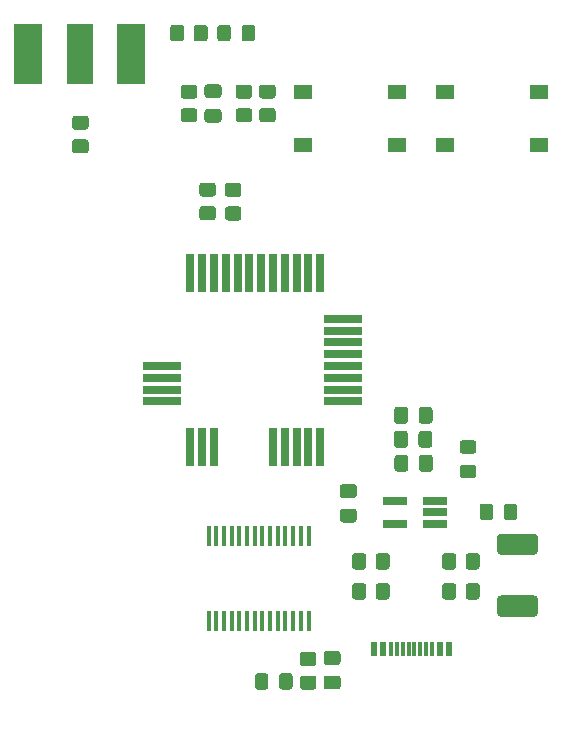
<source format=gtp>
G04 #@! TF.GenerationSoftware,KiCad,Pcbnew,(5.1.10)-1*
G04 #@! TF.CreationDate,2021-10-24T18:30:48+02:00*
G04 #@! TF.ProjectId,rak3172_easeboard,72616b33-3137-4325-9f65-617365626f61,rev?*
G04 #@! TF.SameCoordinates,Original*
G04 #@! TF.FileFunction,Paste,Top*
G04 #@! TF.FilePolarity,Positive*
%FSLAX46Y46*%
G04 Gerber Fmt 4.6, Leading zero omitted, Abs format (unit mm)*
G04 Created by KiCad (PCBNEW (5.1.10)-1) date 2021-10-24 18:30:48*
%MOMM*%
%LPD*%
G01*
G04 APERTURE LIST*
%ADD10R,0.300000X1.150000*%
%ADD11R,0.600000X1.150000*%
%ADD12R,0.700000X3.200000*%
%ADD13R,3.200000X0.700000*%
%ADD14R,2.000000X0.650000*%
%ADD15R,0.450000X1.750000*%
%ADD16R,1.550000X1.300000*%
%ADD17R,2.290000X5.080000*%
%ADD18R,2.420000X5.080000*%
G04 APERTURE END LIST*
D10*
X152800000Y-126670000D03*
X153300000Y-126670000D03*
X153800000Y-126670000D03*
X156300000Y-126670000D03*
X155800000Y-126670000D03*
X155300000Y-126670000D03*
X154300000Y-126670000D03*
X154800000Y-126670000D03*
D11*
X156950000Y-126670000D03*
X152150000Y-126670000D03*
X157750000Y-126670000D03*
X151350000Y-126670000D03*
G36*
G01*
X149674600Y-113862300D02*
X148724600Y-113862300D01*
G75*
G02*
X148474600Y-113612300I0J250000D01*
G01*
X148474600Y-112937300D01*
G75*
G02*
X148724600Y-112687300I250000J0D01*
G01*
X149674600Y-112687300D01*
G75*
G02*
X149924600Y-112937300I0J-250000D01*
G01*
X149924600Y-113612300D01*
G75*
G02*
X149674600Y-113862300I-250000J0D01*
G01*
G37*
G36*
G01*
X149674600Y-115937300D02*
X148724600Y-115937300D01*
G75*
G02*
X148474600Y-115687300I0J250000D01*
G01*
X148474600Y-115012300D01*
G75*
G02*
X148724600Y-114762300I250000J0D01*
G01*
X149674600Y-114762300D01*
G75*
G02*
X149924600Y-115012300I0J-250000D01*
G01*
X149924600Y-115687300D01*
G75*
G02*
X149674600Y-115937300I-250000J0D01*
G01*
G37*
D12*
X135821600Y-94784200D03*
X136821600Y-94784200D03*
X137821600Y-94784200D03*
X138821600Y-94784200D03*
X139821600Y-94784200D03*
X140821600Y-94784200D03*
X141821600Y-94784200D03*
X142821600Y-94784200D03*
X143821600Y-94784200D03*
X144821600Y-94784200D03*
X145821600Y-94784200D03*
X146821600Y-94784200D03*
D13*
X148721600Y-98684200D03*
X148721600Y-99684200D03*
X148721600Y-100684200D03*
X148721600Y-101684200D03*
X148721600Y-102684200D03*
X148721600Y-103684200D03*
X148721600Y-104684200D03*
X148721600Y-105684200D03*
D12*
X146821600Y-109584200D03*
X145821600Y-109584200D03*
X144821600Y-109584200D03*
X143821600Y-109584200D03*
X142821600Y-109584200D03*
X137821600Y-109584200D03*
X136821600Y-109584200D03*
X135821600Y-109584200D03*
D13*
X133421600Y-105684200D03*
X133421600Y-104684200D03*
X133421600Y-103684200D03*
X133421600Y-102684200D03*
D14*
X156540200Y-116022200D03*
X156540200Y-115072200D03*
X156540200Y-114122200D03*
X153120200Y-114122200D03*
X153120200Y-116022200D03*
D15*
X137380000Y-124300800D03*
X138030000Y-124300800D03*
X138680000Y-124300800D03*
X139330000Y-124300800D03*
X139980000Y-124300800D03*
X140630000Y-124300800D03*
X141280000Y-124300800D03*
X141930000Y-124300800D03*
X142580000Y-124300800D03*
X143230000Y-124300800D03*
X143880000Y-124300800D03*
X144530000Y-124300800D03*
X145180000Y-124300800D03*
X145830000Y-124300800D03*
X145830000Y-117100800D03*
X145180000Y-117100800D03*
X144530000Y-117100800D03*
X143880000Y-117100800D03*
X143230000Y-117100800D03*
X142580000Y-117100800D03*
X141930000Y-117100800D03*
X141280000Y-117100800D03*
X140630000Y-117100800D03*
X139980000Y-117100800D03*
X139330000Y-117100800D03*
X138680000Y-117100800D03*
X138030000Y-117100800D03*
X137380000Y-117100800D03*
D16*
X165366600Y-79487200D03*
X165366600Y-83987200D03*
X157416600Y-83987200D03*
X157416600Y-79487200D03*
X145351600Y-83987200D03*
X145351600Y-79487200D03*
X153301600Y-79487200D03*
X153301600Y-83987200D03*
G36*
G01*
X157134000Y-122217601D02*
X157134000Y-121317599D01*
G75*
G02*
X157383999Y-121067600I249999J0D01*
G01*
X158084001Y-121067600D01*
G75*
G02*
X158334000Y-121317599I0J-249999D01*
G01*
X158334000Y-122217601D01*
G75*
G02*
X158084001Y-122467600I-249999J0D01*
G01*
X157383999Y-122467600D01*
G75*
G02*
X157134000Y-122217601I0J249999D01*
G01*
G37*
G36*
G01*
X159134000Y-122217601D02*
X159134000Y-121317599D01*
G75*
G02*
X159383999Y-121067600I249999J0D01*
G01*
X160084001Y-121067600D01*
G75*
G02*
X160334000Y-121317599I0J-249999D01*
G01*
X160334000Y-122217601D01*
G75*
G02*
X160084001Y-122467600I-249999J0D01*
G01*
X159383999Y-122467600D01*
G75*
G02*
X159134000Y-122217601I0J249999D01*
G01*
G37*
G36*
G01*
X157134000Y-119677601D02*
X157134000Y-118777599D01*
G75*
G02*
X157383999Y-118527600I249999J0D01*
G01*
X158084001Y-118527600D01*
G75*
G02*
X158334000Y-118777599I0J-249999D01*
G01*
X158334000Y-119677601D01*
G75*
G02*
X158084001Y-119927600I-249999J0D01*
G01*
X157383999Y-119927600D01*
G75*
G02*
X157134000Y-119677601I0J249999D01*
G01*
G37*
G36*
G01*
X159134000Y-119677601D02*
X159134000Y-118777599D01*
G75*
G02*
X159383999Y-118527600I249999J0D01*
G01*
X160084001Y-118527600D01*
G75*
G02*
X160334000Y-118777599I0J-249999D01*
G01*
X160334000Y-119677601D01*
G75*
G02*
X160084001Y-119927600I-249999J0D01*
G01*
X159383999Y-119927600D01*
G75*
G02*
X159134000Y-119677601I0J249999D01*
G01*
G37*
G36*
G01*
X152714000Y-118777599D02*
X152714000Y-119677601D01*
G75*
G02*
X152464001Y-119927600I-249999J0D01*
G01*
X151763999Y-119927600D01*
G75*
G02*
X151514000Y-119677601I0J249999D01*
G01*
X151514000Y-118777599D01*
G75*
G02*
X151763999Y-118527600I249999J0D01*
G01*
X152464001Y-118527600D01*
G75*
G02*
X152714000Y-118777599I0J-249999D01*
G01*
G37*
G36*
G01*
X150714000Y-118777599D02*
X150714000Y-119677601D01*
G75*
G02*
X150464001Y-119927600I-249999J0D01*
G01*
X149763999Y-119927600D01*
G75*
G02*
X149514000Y-119677601I0J249999D01*
G01*
X149514000Y-118777599D01*
G75*
G02*
X149763999Y-118527600I249999J0D01*
G01*
X150464001Y-118527600D01*
G75*
G02*
X150714000Y-118777599I0J-249999D01*
G01*
G37*
G36*
G01*
X152714000Y-121317599D02*
X152714000Y-122217601D01*
G75*
G02*
X152464001Y-122467600I-249999J0D01*
G01*
X151763999Y-122467600D01*
G75*
G02*
X151514000Y-122217601I0J249999D01*
G01*
X151514000Y-121317599D01*
G75*
G02*
X151763999Y-121067600I249999J0D01*
G01*
X152464001Y-121067600D01*
G75*
G02*
X152714000Y-121317599I0J-249999D01*
G01*
G37*
G36*
G01*
X150714000Y-121317599D02*
X150714000Y-122217601D01*
G75*
G02*
X150464001Y-122467600I-249999J0D01*
G01*
X149763999Y-122467600D01*
G75*
G02*
X149514000Y-122217601I0J249999D01*
G01*
X149514000Y-121317599D01*
G75*
G02*
X149763999Y-121067600I249999J0D01*
G01*
X150464001Y-121067600D01*
G75*
G02*
X150714000Y-121317599I0J-249999D01*
G01*
G37*
G36*
G01*
X126059999Y-81490000D02*
X126960001Y-81490000D01*
G75*
G02*
X127210000Y-81739999I0J-249999D01*
G01*
X127210000Y-82440001D01*
G75*
G02*
X126960001Y-82690000I-249999J0D01*
G01*
X126059999Y-82690000D01*
G75*
G02*
X125810000Y-82440001I0J249999D01*
G01*
X125810000Y-81739999D01*
G75*
G02*
X126059999Y-81490000I249999J0D01*
G01*
G37*
G36*
G01*
X126059999Y-83490000D02*
X126960001Y-83490000D01*
G75*
G02*
X127210000Y-83739999I0J-249999D01*
G01*
X127210000Y-84440001D01*
G75*
G02*
X126960001Y-84690000I-249999J0D01*
G01*
X126059999Y-84690000D01*
G75*
G02*
X125810000Y-84440001I0J249999D01*
G01*
X125810000Y-83739999D01*
G75*
G02*
X126059999Y-83490000I249999J0D01*
G01*
G37*
G36*
G01*
X134102800Y-74948201D02*
X134102800Y-74048199D01*
G75*
G02*
X134352799Y-73798200I249999J0D01*
G01*
X135052801Y-73798200D01*
G75*
G02*
X135302800Y-74048199I0J-249999D01*
G01*
X135302800Y-74948201D01*
G75*
G02*
X135052801Y-75198200I-249999J0D01*
G01*
X134352799Y-75198200D01*
G75*
G02*
X134102800Y-74948201I0J249999D01*
G01*
G37*
G36*
G01*
X136102800Y-74948201D02*
X136102800Y-74048199D01*
G75*
G02*
X136352799Y-73798200I249999J0D01*
G01*
X137052801Y-73798200D01*
G75*
G02*
X137302800Y-74048199I0J-249999D01*
G01*
X137302800Y-74948201D01*
G75*
G02*
X137052801Y-75198200I-249999J0D01*
G01*
X136352799Y-75198200D01*
G75*
G02*
X136102800Y-74948201I0J249999D01*
G01*
G37*
G36*
G01*
X136836999Y-87149000D02*
X137737001Y-87149000D01*
G75*
G02*
X137987000Y-87398999I0J-249999D01*
G01*
X137987000Y-88099001D01*
G75*
G02*
X137737001Y-88349000I-249999J0D01*
G01*
X136836999Y-88349000D01*
G75*
G02*
X136587000Y-88099001I0J249999D01*
G01*
X136587000Y-87398999D01*
G75*
G02*
X136836999Y-87149000I249999J0D01*
G01*
G37*
G36*
G01*
X136836999Y-89149000D02*
X137737001Y-89149000D01*
G75*
G02*
X137987000Y-89398999I0J-249999D01*
G01*
X137987000Y-90099001D01*
G75*
G02*
X137737001Y-90349000I-249999J0D01*
G01*
X136836999Y-90349000D01*
G75*
G02*
X136587000Y-90099001I0J249999D01*
G01*
X136587000Y-89398999D01*
G75*
G02*
X136836999Y-89149000I249999J0D01*
G01*
G37*
G36*
G01*
X138995999Y-87174400D02*
X139896001Y-87174400D01*
G75*
G02*
X140146000Y-87424399I0J-249999D01*
G01*
X140146000Y-88124401D01*
G75*
G02*
X139896001Y-88374400I-249999J0D01*
G01*
X138995999Y-88374400D01*
G75*
G02*
X138746000Y-88124401I0J249999D01*
G01*
X138746000Y-87424399D01*
G75*
G02*
X138995999Y-87174400I249999J0D01*
G01*
G37*
G36*
G01*
X138995999Y-89174400D02*
X139896001Y-89174400D01*
G75*
G02*
X140146000Y-89424399I0J-249999D01*
G01*
X140146000Y-90124401D01*
G75*
G02*
X139896001Y-90374400I-249999J0D01*
G01*
X138995999Y-90374400D01*
G75*
G02*
X138746000Y-90124401I0J249999D01*
G01*
X138746000Y-89424399D01*
G75*
G02*
X138995999Y-89174400I249999J0D01*
G01*
G37*
G36*
G01*
X135262199Y-78851200D02*
X136162201Y-78851200D01*
G75*
G02*
X136412200Y-79101199I0J-249999D01*
G01*
X136412200Y-79801201D01*
G75*
G02*
X136162201Y-80051200I-249999J0D01*
G01*
X135262199Y-80051200D01*
G75*
G02*
X135012200Y-79801201I0J249999D01*
G01*
X135012200Y-79101199D01*
G75*
G02*
X135262199Y-78851200I249999J0D01*
G01*
G37*
G36*
G01*
X135262199Y-80851200D02*
X136162201Y-80851200D01*
G75*
G02*
X136412200Y-81101199I0J-249999D01*
G01*
X136412200Y-81801201D01*
G75*
G02*
X136162201Y-82051200I-249999J0D01*
G01*
X135262199Y-82051200D01*
G75*
G02*
X135012200Y-81801201I0J249999D01*
G01*
X135012200Y-81101199D01*
G75*
G02*
X135262199Y-80851200I249999J0D01*
G01*
G37*
G36*
G01*
X142791601Y-82051200D02*
X141891599Y-82051200D01*
G75*
G02*
X141641600Y-81801201I0J249999D01*
G01*
X141641600Y-81101199D01*
G75*
G02*
X141891599Y-80851200I249999J0D01*
G01*
X142791601Y-80851200D01*
G75*
G02*
X143041600Y-81101199I0J-249999D01*
G01*
X143041600Y-81801201D01*
G75*
G02*
X142791601Y-82051200I-249999J0D01*
G01*
G37*
G36*
G01*
X142791601Y-80051200D02*
X141891599Y-80051200D01*
G75*
G02*
X141641600Y-79801201I0J249999D01*
G01*
X141641600Y-79101199D01*
G75*
G02*
X141891599Y-78851200I249999J0D01*
G01*
X142791601Y-78851200D01*
G75*
G02*
X143041600Y-79101199I0J-249999D01*
G01*
X143041600Y-79801201D01*
G75*
G02*
X142791601Y-80051200I-249999J0D01*
G01*
G37*
G36*
G01*
X140810401Y-82051200D02*
X139910399Y-82051200D01*
G75*
G02*
X139660400Y-81801201I0J249999D01*
G01*
X139660400Y-81101199D01*
G75*
G02*
X139910399Y-80851200I249999J0D01*
G01*
X140810401Y-80851200D01*
G75*
G02*
X141060400Y-81101199I0J-249999D01*
G01*
X141060400Y-81801201D01*
G75*
G02*
X140810401Y-82051200I-249999J0D01*
G01*
G37*
G36*
G01*
X140810401Y-80051200D02*
X139910399Y-80051200D01*
G75*
G02*
X139660400Y-79801201I0J249999D01*
G01*
X139660400Y-79101199D01*
G75*
G02*
X139910399Y-78851200I249999J0D01*
G01*
X140810401Y-78851200D01*
G75*
G02*
X141060400Y-79101199I0J-249999D01*
G01*
X141060400Y-79801201D01*
G75*
G02*
X140810401Y-80051200I-249999J0D01*
G01*
G37*
G36*
G01*
X146246001Y-130089200D02*
X145345999Y-130089200D01*
G75*
G02*
X145096000Y-129839201I0J249999D01*
G01*
X145096000Y-129139199D01*
G75*
G02*
X145345999Y-128889200I249999J0D01*
G01*
X146246001Y-128889200D01*
G75*
G02*
X146496000Y-129139199I0J-249999D01*
G01*
X146496000Y-129839201D01*
G75*
G02*
X146246001Y-130089200I-249999J0D01*
G01*
G37*
G36*
G01*
X146246001Y-128089200D02*
X145345999Y-128089200D01*
G75*
G02*
X145096000Y-127839201I0J249999D01*
G01*
X145096000Y-127139199D01*
G75*
G02*
X145345999Y-126889200I249999J0D01*
G01*
X146246001Y-126889200D01*
G75*
G02*
X146496000Y-127139199I0J-249999D01*
G01*
X146496000Y-127839201D01*
G75*
G02*
X146246001Y-128089200I-249999J0D01*
G01*
G37*
G36*
G01*
X141309000Y-74048199D02*
X141309000Y-74948201D01*
G75*
G02*
X141059001Y-75198200I-249999J0D01*
G01*
X140408999Y-75198200D01*
G75*
G02*
X140159000Y-74948201I0J249999D01*
G01*
X140159000Y-74048199D01*
G75*
G02*
X140408999Y-73798200I249999J0D01*
G01*
X141059001Y-73798200D01*
G75*
G02*
X141309000Y-74048199I0J-249999D01*
G01*
G37*
G36*
G01*
X139259000Y-74048199D02*
X139259000Y-74948201D01*
G75*
G02*
X139009001Y-75198200I-249999J0D01*
G01*
X138358999Y-75198200D01*
G75*
G02*
X138109000Y-74948201I0J249999D01*
G01*
X138109000Y-74048199D01*
G75*
G02*
X138358999Y-73798200I249999J0D01*
G01*
X139009001Y-73798200D01*
G75*
G02*
X139259000Y-74048199I0J-249999D01*
G01*
G37*
G36*
G01*
X141291400Y-129837601D02*
X141291400Y-128937599D01*
G75*
G02*
X141541399Y-128687600I249999J0D01*
G01*
X142191401Y-128687600D01*
G75*
G02*
X142441400Y-128937599I0J-249999D01*
G01*
X142441400Y-129837601D01*
G75*
G02*
X142191401Y-130087600I-249999J0D01*
G01*
X141541399Y-130087600D01*
G75*
G02*
X141291400Y-129837601I0J249999D01*
G01*
G37*
G36*
G01*
X143341400Y-129837601D02*
X143341400Y-128937599D01*
G75*
G02*
X143591399Y-128687600I249999J0D01*
G01*
X144241401Y-128687600D01*
G75*
G02*
X144491400Y-128937599I0J-249999D01*
G01*
X144491400Y-129837601D01*
G75*
G02*
X144241401Y-130087600I-249999J0D01*
G01*
X143591399Y-130087600D01*
G75*
G02*
X143341400Y-129837601I0J249999D01*
G01*
G37*
D17*
X126441200Y-76283400D03*
D18*
X130821200Y-76283400D03*
X122061200Y-76283400D03*
G36*
G01*
X162120800Y-116881400D02*
X164929600Y-116881400D01*
G75*
G02*
X165275200Y-117227000I0J-345600D01*
G01*
X165275200Y-118335800D01*
G75*
G02*
X164929600Y-118681400I-345600J0D01*
G01*
X162120800Y-118681400D01*
G75*
G02*
X161775200Y-118335800I0J345600D01*
G01*
X161775200Y-117227000D01*
G75*
G02*
X162120800Y-116881400I345600J0D01*
G01*
G37*
G36*
G01*
X162120800Y-122111400D02*
X164929600Y-122111400D01*
G75*
G02*
X165275200Y-122457000I0J-345600D01*
G01*
X165275200Y-123565800D01*
G75*
G02*
X164929600Y-123911400I-345600J0D01*
G01*
X162120800Y-123911400D01*
G75*
G02*
X161775200Y-123565800I0J345600D01*
G01*
X161775200Y-122457000D01*
G75*
G02*
X162120800Y-122111400I345600J0D01*
G01*
G37*
G36*
G01*
X159784201Y-112175200D02*
X158884199Y-112175200D01*
G75*
G02*
X158634200Y-111925201I0J249999D01*
G01*
X158634200Y-111275199D01*
G75*
G02*
X158884199Y-111025200I249999J0D01*
G01*
X159784201Y-111025200D01*
G75*
G02*
X160034200Y-111275199I0J-249999D01*
G01*
X160034200Y-111925201D01*
G75*
G02*
X159784201Y-112175200I-249999J0D01*
G01*
G37*
G36*
G01*
X159784201Y-110125200D02*
X158884199Y-110125200D01*
G75*
G02*
X158634200Y-109875201I0J249999D01*
G01*
X158634200Y-109225199D01*
G75*
G02*
X158884199Y-108975200I249999J0D01*
G01*
X159784201Y-108975200D01*
G75*
G02*
X160034200Y-109225199I0J-249999D01*
G01*
X160034200Y-109875201D01*
G75*
G02*
X159784201Y-110125200I-249999J0D01*
G01*
G37*
G36*
G01*
X160308600Y-115486601D02*
X160308600Y-114586599D01*
G75*
G02*
X160558599Y-114336600I249999J0D01*
G01*
X161208601Y-114336600D01*
G75*
G02*
X161458600Y-114586599I0J-249999D01*
G01*
X161458600Y-115486601D01*
G75*
G02*
X161208601Y-115736600I-249999J0D01*
G01*
X160558599Y-115736600D01*
G75*
G02*
X160308600Y-115486601I0J249999D01*
G01*
G37*
G36*
G01*
X162358600Y-115486601D02*
X162358600Y-114586599D01*
G75*
G02*
X162608599Y-114336600I249999J0D01*
G01*
X163258601Y-114336600D01*
G75*
G02*
X163508600Y-114586599I0J-249999D01*
G01*
X163508600Y-115486601D01*
G75*
G02*
X163258601Y-115736600I-249999J0D01*
G01*
X162608599Y-115736600D01*
G75*
G02*
X162358600Y-115486601I0J249999D01*
G01*
G37*
G36*
G01*
X153107900Y-111396800D02*
X153107900Y-110446800D01*
G75*
G02*
X153357900Y-110196800I250000J0D01*
G01*
X154032900Y-110196800D01*
G75*
G02*
X154282900Y-110446800I0J-250000D01*
G01*
X154282900Y-111396800D01*
G75*
G02*
X154032900Y-111646800I-250000J0D01*
G01*
X153357900Y-111646800D01*
G75*
G02*
X153107900Y-111396800I0J250000D01*
G01*
G37*
G36*
G01*
X155182900Y-111396800D02*
X155182900Y-110446800D01*
G75*
G02*
X155432900Y-110196800I250000J0D01*
G01*
X156107900Y-110196800D01*
G75*
G02*
X156357900Y-110446800I0J-250000D01*
G01*
X156357900Y-111396800D01*
G75*
G02*
X156107900Y-111646800I-250000J0D01*
G01*
X155432900Y-111646800D01*
G75*
G02*
X155182900Y-111396800I0J250000D01*
G01*
G37*
G36*
G01*
X147353000Y-126818900D02*
X148303000Y-126818900D01*
G75*
G02*
X148553000Y-127068900I0J-250000D01*
G01*
X148553000Y-127743900D01*
G75*
G02*
X148303000Y-127993900I-250000J0D01*
G01*
X147353000Y-127993900D01*
G75*
G02*
X147103000Y-127743900I0J250000D01*
G01*
X147103000Y-127068900D01*
G75*
G02*
X147353000Y-126818900I250000J0D01*
G01*
G37*
G36*
G01*
X147353000Y-128893900D02*
X148303000Y-128893900D01*
G75*
G02*
X148553000Y-129143900I0J-250000D01*
G01*
X148553000Y-129818900D01*
G75*
G02*
X148303000Y-130068900I-250000J0D01*
G01*
X147353000Y-130068900D01*
G75*
G02*
X147103000Y-129818900I0J250000D01*
G01*
X147103000Y-129143900D01*
G75*
G02*
X147353000Y-128893900I250000J0D01*
G01*
G37*
G36*
G01*
X137269200Y-78838300D02*
X138219200Y-78838300D01*
G75*
G02*
X138469200Y-79088300I0J-250000D01*
G01*
X138469200Y-79763300D01*
G75*
G02*
X138219200Y-80013300I-250000J0D01*
G01*
X137269200Y-80013300D01*
G75*
G02*
X137019200Y-79763300I0J250000D01*
G01*
X137019200Y-79088300D01*
G75*
G02*
X137269200Y-78838300I250000J0D01*
G01*
G37*
G36*
G01*
X137269200Y-80913300D02*
X138219200Y-80913300D01*
G75*
G02*
X138469200Y-81163300I0J-250000D01*
G01*
X138469200Y-81838300D01*
G75*
G02*
X138219200Y-82088300I-250000J0D01*
G01*
X137269200Y-82088300D01*
G75*
G02*
X137019200Y-81838300I0J250000D01*
G01*
X137019200Y-81163300D01*
G75*
G02*
X137269200Y-80913300I250000J0D01*
G01*
G37*
G36*
G01*
X153064900Y-109364800D02*
X153064900Y-108414800D01*
G75*
G02*
X153314900Y-108164800I250000J0D01*
G01*
X153989900Y-108164800D01*
G75*
G02*
X154239900Y-108414800I0J-250000D01*
G01*
X154239900Y-109364800D01*
G75*
G02*
X153989900Y-109614800I-250000J0D01*
G01*
X153314900Y-109614800D01*
G75*
G02*
X153064900Y-109364800I0J250000D01*
G01*
G37*
G36*
G01*
X155139900Y-109364800D02*
X155139900Y-108414800D01*
G75*
G02*
X155389900Y-108164800I250000J0D01*
G01*
X156064900Y-108164800D01*
G75*
G02*
X156314900Y-108414800I0J-250000D01*
G01*
X156314900Y-109364800D01*
G75*
G02*
X156064900Y-109614800I-250000J0D01*
G01*
X155389900Y-109614800D01*
G75*
G02*
X155139900Y-109364800I0J250000D01*
G01*
G37*
G36*
G01*
X153082500Y-107332800D02*
X153082500Y-106382800D01*
G75*
G02*
X153332500Y-106132800I250000J0D01*
G01*
X154007500Y-106132800D01*
G75*
G02*
X154257500Y-106382800I0J-250000D01*
G01*
X154257500Y-107332800D01*
G75*
G02*
X154007500Y-107582800I-250000J0D01*
G01*
X153332500Y-107582800D01*
G75*
G02*
X153082500Y-107332800I0J250000D01*
G01*
G37*
G36*
G01*
X155157500Y-107332800D02*
X155157500Y-106382800D01*
G75*
G02*
X155407500Y-106132800I250000J0D01*
G01*
X156082500Y-106132800D01*
G75*
G02*
X156332500Y-106382800I0J-250000D01*
G01*
X156332500Y-107332800D01*
G75*
G02*
X156082500Y-107582800I-250000J0D01*
G01*
X155407500Y-107582800D01*
G75*
G02*
X155157500Y-107332800I0J250000D01*
G01*
G37*
M02*

</source>
